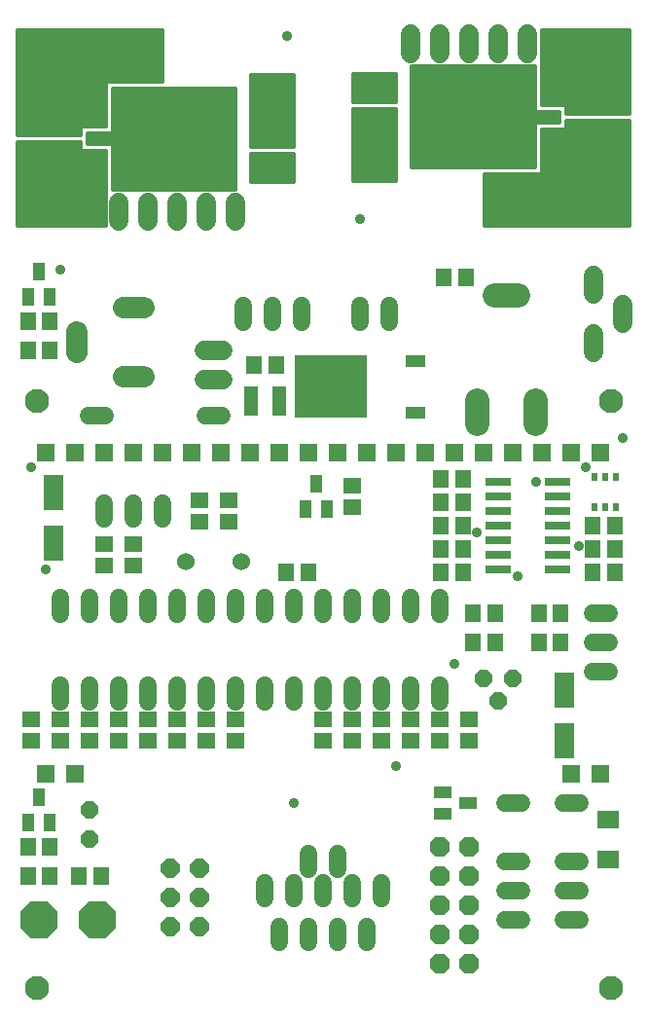
<source format=gts>
G75*
G70*
%OFA0B0*%
%FSLAX24Y24*%
%IPPOS*%
%LPD*%
%AMOC8*
5,1,8,0,0,1.08239X$1,22.5*
%
%ADD10C,0.0100*%
%ADD11R,0.0552X0.0631*%
%ADD12R,0.0631X0.0552*%
%ADD13R,0.0434X0.0591*%
%ADD14OC8,0.0640*%
%ADD15C,0.0600*%
%ADD16C,0.0600*%
%ADD17OC8,0.0600*%
%ADD18OC8,0.1280*%
%ADD19R,0.0906X0.0276*%
%ADD20C,0.0820*%
%ADD21C,0.0595*%
%ADD22R,0.0591X0.0434*%
%ADD23OC8,0.0680*%
%ADD24R,0.0670X0.1221*%
%ADD25R,0.2481X0.2166*%
%ADD26R,0.0670X0.0434*%
%ADD27R,0.0749X0.0591*%
%ADD28R,0.0237X0.0316*%
%ADD29R,0.0600X0.0600*%
%ADD30C,0.0740*%
%ADD31R,0.0512X0.1040*%
%ADD32C,0.0680*%
%ADD33C,0.0827*%
%ADD34C,0.0357*%
D10*
X001831Y040392D02*
X004881Y040392D01*
X004881Y042992D01*
X004031Y042992D01*
X004031Y043292D01*
X001831Y043292D01*
X001831Y040392D01*
X001831Y040427D02*
X004881Y040427D01*
X004881Y040525D02*
X001831Y040525D01*
X001831Y040624D02*
X004881Y040624D01*
X004881Y040722D02*
X001831Y040722D01*
X001831Y040821D02*
X004881Y040821D01*
X004881Y040919D02*
X001831Y040919D01*
X001831Y041018D02*
X004881Y041018D01*
X004881Y041116D02*
X001831Y041116D01*
X001831Y041215D02*
X004881Y041215D01*
X004881Y041313D02*
X001831Y041313D01*
X001831Y041412D02*
X004881Y041412D01*
X004881Y041510D02*
X001831Y041510D01*
X001831Y041609D02*
X004881Y041609D01*
X004881Y041707D02*
X001831Y041707D01*
X001831Y041806D02*
X004881Y041806D01*
X004881Y041904D02*
X001831Y041904D01*
X001831Y042003D02*
X004881Y042003D01*
X004881Y042101D02*
X001831Y042101D01*
X001831Y042200D02*
X004881Y042200D01*
X004881Y042298D02*
X001831Y042298D01*
X001831Y042397D02*
X004881Y042397D01*
X004881Y042495D02*
X001831Y042495D01*
X001831Y042594D02*
X004881Y042594D01*
X004881Y042692D02*
X001831Y042692D01*
X001831Y042791D02*
X004881Y042791D01*
X004881Y042889D02*
X001831Y042889D01*
X001831Y042988D02*
X004881Y042988D01*
X005081Y042988D02*
X009331Y042988D01*
X009331Y043086D02*
X005081Y043086D01*
X005081Y043185D02*
X009331Y043185D01*
X009331Y043283D02*
X004231Y043283D01*
X004231Y043192D02*
X004231Y043592D01*
X005081Y043592D01*
X005081Y045142D01*
X009331Y045142D01*
X009331Y041642D01*
X005081Y041642D01*
X005081Y043192D01*
X004231Y043192D01*
X004231Y043382D02*
X009331Y043382D01*
X009331Y043480D02*
X004231Y043480D01*
X004231Y043579D02*
X009331Y043579D01*
X009331Y043677D02*
X005081Y043677D01*
X005081Y043776D02*
X009331Y043776D01*
X009331Y043874D02*
X005081Y043874D01*
X005081Y043973D02*
X009331Y043973D01*
X009331Y044071D02*
X005081Y044071D01*
X005081Y044170D02*
X009331Y044170D01*
X009331Y044268D02*
X005081Y044268D01*
X005081Y044367D02*
X009331Y044367D01*
X009331Y044465D02*
X005081Y044465D01*
X005081Y044564D02*
X009331Y044564D01*
X009331Y044662D02*
X005081Y044662D01*
X005081Y044761D02*
X009331Y044761D01*
X009331Y044859D02*
X005081Y044859D01*
X005081Y044958D02*
X009331Y044958D01*
X009331Y045056D02*
X005081Y045056D01*
X004881Y045056D02*
X001831Y045056D01*
X001831Y044958D02*
X004881Y044958D01*
X004881Y044859D02*
X001831Y044859D01*
X001831Y044761D02*
X004881Y044761D01*
X004881Y044662D02*
X001831Y044662D01*
X001831Y044564D02*
X004881Y044564D01*
X004881Y044465D02*
X001831Y044465D01*
X001831Y044367D02*
X004881Y044367D01*
X004881Y044268D02*
X001831Y044268D01*
X001831Y044170D02*
X004881Y044170D01*
X004881Y044071D02*
X001831Y044071D01*
X001831Y043973D02*
X004881Y043973D01*
X004881Y043874D02*
X001831Y043874D01*
X001831Y043776D02*
X004031Y043776D01*
X004031Y043792D02*
X004881Y043792D01*
X004881Y045342D01*
X006831Y045342D01*
X006831Y047142D01*
X001831Y047142D01*
X001831Y043492D01*
X004031Y043492D01*
X004031Y043792D01*
X004031Y043677D02*
X001831Y043677D01*
X001831Y043579D02*
X004031Y043579D01*
X004031Y043283D02*
X001831Y043283D01*
X001831Y043185D02*
X004031Y043185D01*
X004031Y043086D02*
X001831Y043086D01*
X001831Y045155D02*
X004881Y045155D01*
X004881Y045253D02*
X001831Y045253D01*
X001831Y045352D02*
X006831Y045352D01*
X006831Y045450D02*
X001831Y045450D01*
X001831Y045549D02*
X006831Y045549D01*
X006831Y045647D02*
X001831Y045647D01*
X001831Y045746D02*
X006831Y045746D01*
X006831Y045844D02*
X001831Y045844D01*
X001831Y045943D02*
X006831Y045943D01*
X006831Y046041D02*
X001831Y046041D01*
X001831Y046140D02*
X006831Y046140D01*
X006831Y046238D02*
X001831Y046238D01*
X001831Y046337D02*
X006831Y046337D01*
X006831Y046435D02*
X001831Y046435D01*
X001831Y046534D02*
X006831Y046534D01*
X006831Y046632D02*
X001831Y046632D01*
X001831Y046731D02*
X006831Y046731D01*
X006831Y046829D02*
X001831Y046829D01*
X001831Y046928D02*
X006831Y046928D01*
X006831Y047026D02*
X001831Y047026D01*
X001831Y047125D02*
X006831Y047125D01*
X005081Y042889D02*
X009331Y042889D01*
X009331Y042791D02*
X005081Y042791D01*
X005081Y042692D02*
X009331Y042692D01*
X009331Y042594D02*
X005081Y042594D01*
X005081Y042495D02*
X009331Y042495D01*
X009331Y042397D02*
X005081Y042397D01*
X005081Y042298D02*
X009331Y042298D01*
X009331Y042200D02*
X005081Y042200D01*
X005081Y042101D02*
X009331Y042101D01*
X009331Y042003D02*
X005081Y042003D01*
X005081Y041904D02*
X009331Y041904D01*
X009331Y041806D02*
X005081Y041806D01*
X005081Y041707D02*
X009331Y041707D01*
X009831Y041892D02*
X009831Y042892D01*
X011331Y042892D01*
X011331Y041892D01*
X009831Y041892D01*
X009831Y041904D02*
X011331Y041904D01*
X011331Y042003D02*
X009831Y042003D01*
X009831Y042101D02*
X011331Y042101D01*
X011331Y042200D02*
X009831Y042200D01*
X009831Y042298D02*
X011331Y042298D01*
X011331Y042397D02*
X009831Y042397D01*
X009831Y042495D02*
X011331Y042495D01*
X011331Y042594D02*
X009831Y042594D01*
X009831Y042692D02*
X011331Y042692D01*
X011331Y042791D02*
X009831Y042791D01*
X009831Y042889D02*
X011331Y042889D01*
X011331Y043092D02*
X011331Y045592D01*
X009831Y045592D01*
X009831Y043092D01*
X011331Y043092D01*
X011331Y043185D02*
X009831Y043185D01*
X009831Y043283D02*
X011331Y043283D01*
X011331Y043382D02*
X009831Y043382D01*
X009831Y043480D02*
X011331Y043480D01*
X011331Y043579D02*
X009831Y043579D01*
X009831Y043677D02*
X011331Y043677D01*
X011331Y043776D02*
X009831Y043776D01*
X009831Y043874D02*
X011331Y043874D01*
X011331Y043973D02*
X009831Y043973D01*
X009831Y044071D02*
X011331Y044071D01*
X011331Y044170D02*
X009831Y044170D01*
X009831Y044268D02*
X011331Y044268D01*
X011331Y044367D02*
X009831Y044367D01*
X009831Y044465D02*
X011331Y044465D01*
X011331Y044564D02*
X009831Y044564D01*
X009831Y044662D02*
X011331Y044662D01*
X011331Y044761D02*
X009831Y044761D01*
X009831Y044859D02*
X011331Y044859D01*
X011331Y044958D02*
X009831Y044958D01*
X009831Y045056D02*
X011331Y045056D01*
X011331Y045155D02*
X009831Y045155D01*
X009831Y045253D02*
X011331Y045253D01*
X011331Y045352D02*
X009831Y045352D01*
X009831Y045450D02*
X011331Y045450D01*
X011331Y045549D02*
X009831Y045549D01*
X013331Y045549D02*
X014831Y045549D01*
X014831Y045642D02*
X014831Y044642D01*
X013331Y044642D01*
X013331Y045642D01*
X014831Y045642D01*
X014831Y045450D02*
X013331Y045450D01*
X013331Y045352D02*
X014831Y045352D01*
X014831Y045253D02*
X013331Y045253D01*
X013331Y045155D02*
X014831Y045155D01*
X014831Y045056D02*
X013331Y045056D01*
X013331Y044958D02*
X014831Y044958D01*
X014831Y044859D02*
X013331Y044859D01*
X013331Y044761D02*
X014831Y044761D01*
X014831Y044662D02*
X013331Y044662D01*
X013331Y044442D02*
X013331Y041942D01*
X014831Y041942D01*
X014831Y044442D01*
X013331Y044442D01*
X013331Y044367D02*
X014831Y044367D01*
X014831Y044268D02*
X013331Y044268D01*
X013331Y044170D02*
X014831Y044170D01*
X014831Y044071D02*
X013331Y044071D01*
X013331Y043973D02*
X014831Y043973D01*
X014831Y043874D02*
X013331Y043874D01*
X013331Y043776D02*
X014831Y043776D01*
X014831Y043677D02*
X013331Y043677D01*
X013331Y043579D02*
X014831Y043579D01*
X014831Y043480D02*
X013331Y043480D01*
X013331Y043382D02*
X014831Y043382D01*
X014831Y043283D02*
X013331Y043283D01*
X013331Y043185D02*
X014831Y043185D01*
X014831Y043086D02*
X013331Y043086D01*
X013331Y042988D02*
X014831Y042988D01*
X014831Y042889D02*
X013331Y042889D01*
X013331Y042791D02*
X014831Y042791D01*
X014831Y042692D02*
X013331Y042692D01*
X013331Y042594D02*
X014831Y042594D01*
X014831Y042495D02*
X013331Y042495D01*
X013331Y042397D02*
X014831Y042397D01*
X014831Y042298D02*
X013331Y042298D01*
X013331Y042200D02*
X014831Y042200D01*
X014831Y042101D02*
X013331Y042101D01*
X013331Y042003D02*
X014831Y042003D01*
X015331Y042392D02*
X019581Y042392D01*
X019581Y043942D01*
X020431Y043942D01*
X020431Y044342D01*
X019581Y044342D01*
X019581Y045892D01*
X015331Y045892D01*
X015331Y042392D01*
X015331Y042397D02*
X019581Y042397D01*
X019581Y042495D02*
X015331Y042495D01*
X015331Y042594D02*
X019581Y042594D01*
X019581Y042692D02*
X015331Y042692D01*
X015331Y042791D02*
X019581Y042791D01*
X019581Y042889D02*
X015331Y042889D01*
X015331Y042988D02*
X019581Y042988D01*
X019581Y043086D02*
X015331Y043086D01*
X015331Y043185D02*
X019581Y043185D01*
X019581Y043283D02*
X015331Y043283D01*
X015331Y043382D02*
X019581Y043382D01*
X019581Y043480D02*
X015331Y043480D01*
X015331Y043579D02*
X019581Y043579D01*
X019581Y043677D02*
X015331Y043677D01*
X015331Y043776D02*
X019581Y043776D01*
X019581Y043874D02*
X015331Y043874D01*
X015331Y043973D02*
X020431Y043973D01*
X020431Y044071D02*
X015331Y044071D01*
X015331Y044170D02*
X020431Y044170D01*
X020431Y044268D02*
X015331Y044268D01*
X015331Y044367D02*
X019581Y044367D01*
X019581Y044465D02*
X015331Y044465D01*
X015331Y044564D02*
X019581Y044564D01*
X019581Y044662D02*
X015331Y044662D01*
X015331Y044761D02*
X019581Y044761D01*
X019581Y044859D02*
X015331Y044859D01*
X015331Y044958D02*
X019581Y044958D01*
X019581Y045056D02*
X015331Y045056D01*
X015331Y045155D02*
X019581Y045155D01*
X019581Y045253D02*
X015331Y045253D01*
X015331Y045352D02*
X019581Y045352D01*
X019581Y045450D02*
X015331Y045450D01*
X015331Y045549D02*
X019581Y045549D01*
X019581Y045647D02*
X015331Y045647D01*
X015331Y045746D02*
X019581Y045746D01*
X019581Y045844D02*
X015331Y045844D01*
X017831Y042192D02*
X017831Y040392D01*
X022831Y040392D01*
X022831Y044042D01*
X020631Y044042D01*
X020631Y043742D01*
X019781Y043742D01*
X019781Y042192D01*
X017831Y042192D01*
X017831Y042101D02*
X022831Y042101D01*
X022831Y042003D02*
X017831Y042003D01*
X017831Y041904D02*
X022831Y041904D01*
X022831Y041806D02*
X017831Y041806D01*
X017831Y041707D02*
X022831Y041707D01*
X022831Y041609D02*
X017831Y041609D01*
X017831Y041510D02*
X022831Y041510D01*
X022831Y041412D02*
X017831Y041412D01*
X017831Y041313D02*
X022831Y041313D01*
X022831Y041215D02*
X017831Y041215D01*
X017831Y041116D02*
X022831Y041116D01*
X022831Y041018D02*
X017831Y041018D01*
X017831Y040919D02*
X022831Y040919D01*
X022831Y040821D02*
X017831Y040821D01*
X017831Y040722D02*
X022831Y040722D01*
X022831Y040624D02*
X017831Y040624D01*
X017831Y040525D02*
X022831Y040525D01*
X022831Y040427D02*
X017831Y040427D01*
X019781Y042200D02*
X022831Y042200D01*
X022831Y042298D02*
X019781Y042298D01*
X019781Y042397D02*
X022831Y042397D01*
X022831Y042495D02*
X019781Y042495D01*
X019781Y042594D02*
X022831Y042594D01*
X022831Y042692D02*
X019781Y042692D01*
X019781Y042791D02*
X022831Y042791D01*
X022831Y042889D02*
X019781Y042889D01*
X019781Y042988D02*
X022831Y042988D01*
X022831Y043086D02*
X019781Y043086D01*
X019781Y043185D02*
X022831Y043185D01*
X022831Y043283D02*
X019781Y043283D01*
X019781Y043382D02*
X022831Y043382D01*
X022831Y043480D02*
X019781Y043480D01*
X019781Y043579D02*
X022831Y043579D01*
X022831Y043677D02*
X019781Y043677D01*
X019781Y044542D02*
X019781Y047142D01*
X022831Y047142D01*
X022831Y044242D01*
X020631Y044242D01*
X020631Y044542D01*
X019781Y044542D01*
X019781Y044564D02*
X022831Y044564D01*
X022831Y044662D02*
X019781Y044662D01*
X019781Y044761D02*
X022831Y044761D01*
X022831Y044859D02*
X019781Y044859D01*
X019781Y044958D02*
X022831Y044958D01*
X022831Y045056D02*
X019781Y045056D01*
X019781Y045155D02*
X022831Y045155D01*
X022831Y045253D02*
X019781Y045253D01*
X019781Y045352D02*
X022831Y045352D01*
X022831Y045450D02*
X019781Y045450D01*
X019781Y045549D02*
X022831Y045549D01*
X022831Y045647D02*
X019781Y045647D01*
X019781Y045746D02*
X022831Y045746D01*
X022831Y045844D02*
X019781Y045844D01*
X019781Y045943D02*
X022831Y045943D01*
X022831Y046041D02*
X019781Y046041D01*
X019781Y046140D02*
X022831Y046140D01*
X022831Y046238D02*
X019781Y046238D01*
X019781Y046337D02*
X022831Y046337D01*
X022831Y046435D02*
X019781Y046435D01*
X019781Y046534D02*
X022831Y046534D01*
X022831Y046632D02*
X019781Y046632D01*
X019781Y046731D02*
X022831Y046731D01*
X022831Y046829D02*
X019781Y046829D01*
X019781Y046928D02*
X022831Y046928D01*
X022831Y047026D02*
X019781Y047026D01*
X019781Y047125D02*
X022831Y047125D01*
X022831Y044465D02*
X020631Y044465D01*
X020631Y044367D02*
X022831Y044367D01*
X022831Y044268D02*
X020631Y044268D01*
X020631Y043973D02*
X022831Y043973D01*
X022831Y043874D02*
X020631Y043874D01*
X020631Y043776D02*
X022831Y043776D01*
D11*
X017205Y038642D03*
X016457Y038642D03*
X016357Y031742D03*
X016357Y030942D03*
X016357Y030142D03*
X016357Y029342D03*
X016357Y028542D03*
X017105Y028542D03*
X017105Y029342D03*
X017105Y030142D03*
X017105Y030942D03*
X017105Y031742D03*
X017457Y027142D03*
X017457Y026142D03*
X018205Y026142D03*
X018205Y027142D03*
X019707Y027142D03*
X019707Y026142D03*
X020455Y026142D03*
X020455Y027142D03*
X021557Y028542D03*
X021557Y029342D03*
X021557Y030142D03*
X022305Y030142D03*
X022305Y029342D03*
X022305Y028542D03*
X011805Y028542D03*
X011057Y028542D03*
X010705Y035642D03*
X009957Y035642D03*
X002955Y036142D03*
X002955Y037142D03*
X002207Y037142D03*
X002207Y036142D03*
X002207Y019142D03*
X002207Y018142D03*
X002955Y018142D03*
X002955Y019142D03*
X003957Y018142D03*
X004705Y018142D03*
D12*
X004331Y022768D03*
X004331Y023516D03*
X003331Y023516D03*
X003331Y022768D03*
X002331Y022768D03*
X002331Y023516D03*
X004831Y028768D03*
X004831Y029516D03*
X005831Y029516D03*
X005831Y028768D03*
X008081Y030268D03*
X008081Y031016D03*
X009081Y031016D03*
X009081Y030268D03*
X009331Y023516D03*
X009331Y022768D03*
X008331Y022768D03*
X008331Y023516D03*
X007331Y023516D03*
X007331Y022768D03*
X006331Y022768D03*
X006331Y023516D03*
X005331Y023516D03*
X005331Y022768D03*
X012331Y022768D03*
X012331Y023516D03*
X013331Y023516D03*
X013331Y022768D03*
X014331Y022768D03*
X014331Y023516D03*
X015331Y023516D03*
X015331Y022768D03*
X016331Y022768D03*
X016331Y023516D03*
X017331Y023516D03*
X017331Y022768D03*
X013331Y030768D03*
X013331Y031516D03*
D13*
X012455Y030709D03*
X012081Y031575D03*
X011707Y030709D03*
X002955Y037959D03*
X002581Y038825D03*
X002207Y037959D03*
X002581Y020825D03*
X002207Y019959D03*
X002955Y019959D03*
D14*
X007081Y018392D03*
X007081Y017392D03*
X007081Y016392D03*
X008081Y016392D03*
X008081Y017392D03*
X008081Y018392D03*
D15*
X007631Y028892D03*
X009531Y028892D03*
D16*
X009331Y027672D02*
X009331Y027112D01*
X008331Y027112D02*
X008331Y027672D01*
X007331Y027672D02*
X007331Y027112D01*
X006331Y027112D02*
X006331Y027672D01*
X005331Y027672D02*
X005331Y027112D01*
X004331Y027112D02*
X004331Y027672D01*
X003331Y027672D02*
X003331Y027112D01*
X003331Y024672D02*
X003331Y024112D01*
X004331Y024112D02*
X004331Y024672D01*
X005331Y024672D02*
X005331Y024112D01*
X006331Y024112D02*
X006331Y024672D01*
X007331Y024672D02*
X007331Y024112D01*
X008331Y024112D02*
X008331Y024672D01*
X009331Y024672D02*
X009331Y024112D01*
X010331Y024112D02*
X010331Y024672D01*
X011331Y024672D02*
X011331Y024112D01*
X012331Y024112D02*
X012331Y024672D01*
X013331Y024672D02*
X013331Y024112D01*
X014331Y024112D02*
X014331Y024672D01*
X015331Y024672D02*
X015331Y024112D01*
X016331Y024112D02*
X016331Y024672D01*
X016331Y027112D02*
X016331Y027672D01*
X015331Y027672D02*
X015331Y027112D01*
X014331Y027112D02*
X014331Y027672D01*
X013331Y027672D02*
X013331Y027112D01*
X012331Y027112D02*
X012331Y027672D01*
X011331Y027672D02*
X011331Y027112D01*
X010331Y027112D02*
X010331Y027672D01*
X008861Y033892D02*
X008301Y033892D01*
X006831Y030922D02*
X006831Y030362D01*
X005831Y030362D02*
X005831Y030922D01*
X004831Y030922D02*
X004831Y030362D01*
X004861Y033892D02*
X004301Y033892D01*
X009581Y037112D02*
X009581Y037672D01*
X010581Y037672D02*
X010581Y037112D01*
X011581Y037112D02*
X011581Y037672D01*
X013581Y037672D02*
X013581Y037112D01*
X014581Y037112D02*
X014581Y037672D01*
X021551Y027142D02*
X022111Y027142D01*
X022111Y026142D02*
X021551Y026142D01*
X021551Y025142D02*
X022111Y025142D01*
X014331Y017922D02*
X014331Y017362D01*
X013831Y016422D02*
X013831Y015862D01*
X013331Y017362D02*
X013331Y017922D01*
X012831Y018362D02*
X012831Y018922D01*
X012331Y017922D02*
X012331Y017362D01*
X011831Y016422D02*
X011831Y015862D01*
X011331Y017362D02*
X011331Y017922D01*
X011831Y018362D02*
X011831Y018922D01*
X010831Y016422D02*
X010831Y015862D01*
X010331Y017362D02*
X010331Y017922D01*
X012831Y016422D02*
X012831Y015862D01*
D17*
X017831Y024892D03*
X018331Y024142D03*
X018831Y024892D03*
X004331Y020392D03*
X004331Y019392D03*
D18*
X004581Y016642D03*
X002581Y016642D03*
D19*
X018307Y028642D03*
X018307Y029142D03*
X018307Y029642D03*
X018307Y030142D03*
X018307Y030642D03*
X018307Y031142D03*
X018307Y031642D03*
X020355Y031642D03*
X020355Y031142D03*
X020355Y030642D03*
X020355Y030142D03*
X020355Y029642D03*
X020355Y029142D03*
X020355Y028642D03*
D20*
X019581Y033646D02*
X019581Y034426D01*
X017581Y034426D02*
X017581Y033646D01*
X018191Y038036D02*
X018971Y038036D01*
D21*
X019109Y020642D02*
X018554Y020642D01*
X018554Y018642D02*
X019109Y018642D01*
X019109Y017642D02*
X018554Y017642D01*
X018554Y016642D02*
X019109Y016642D01*
X020554Y016642D02*
X021109Y016642D01*
X021109Y017642D02*
X020554Y017642D01*
X020554Y018642D02*
X021109Y018642D01*
X021109Y020642D02*
X020554Y020642D01*
D22*
X017270Y020639D03*
X016404Y020265D03*
X016404Y021013D03*
D23*
X016331Y019142D03*
X016331Y018142D03*
X016331Y017142D03*
X016331Y016142D03*
X016331Y015142D03*
X017331Y015142D03*
X017331Y016142D03*
X017331Y017142D03*
X017331Y018142D03*
X017331Y019142D03*
D24*
X020581Y022776D03*
X020581Y024508D03*
X003081Y029526D03*
X003081Y031258D03*
D25*
X012597Y034892D03*
D26*
X015471Y033994D03*
X015471Y035790D03*
D27*
X022081Y020061D03*
X022081Y018723D03*
D28*
X021981Y030780D03*
X022355Y030780D03*
X022355Y031804D03*
X021981Y031804D03*
X021607Y031804D03*
X021607Y030780D03*
D29*
X021831Y032642D03*
X020831Y032642D03*
X019831Y032642D03*
X018831Y032642D03*
X017831Y032642D03*
X016831Y032642D03*
X015831Y032642D03*
X014831Y032642D03*
X013831Y032642D03*
X012831Y032642D03*
X011831Y032642D03*
X010831Y032642D03*
X009831Y032642D03*
X008831Y032642D03*
X007831Y032642D03*
X006831Y032642D03*
X005831Y032642D03*
X004831Y032642D03*
X003831Y032642D03*
X002831Y032642D03*
X002831Y021642D03*
X003831Y021642D03*
X020831Y021642D03*
X021831Y021642D03*
D30*
X006181Y035248D02*
X005481Y035248D01*
X005481Y037611D02*
X006181Y037611D01*
X003902Y036760D02*
X003902Y036060D01*
D31*
X009839Y034392D03*
X010823Y034392D03*
D32*
X008901Y035142D02*
X008261Y035142D01*
X008261Y036142D02*
X008901Y036142D01*
X009331Y040572D02*
X009331Y041212D01*
X008331Y041212D02*
X008331Y040572D01*
X007331Y040572D02*
X007331Y041212D01*
X006331Y041212D02*
X006331Y040572D01*
X005331Y040572D02*
X005331Y041212D01*
X015331Y046322D02*
X015331Y046962D01*
X016331Y046962D02*
X016331Y046322D01*
X017331Y046322D02*
X017331Y046962D01*
X018331Y046962D02*
X018331Y046322D01*
X019331Y046322D02*
X019331Y046962D01*
X021581Y038712D02*
X021581Y038072D01*
X021581Y036712D02*
X021581Y036072D01*
X022581Y037072D02*
X022581Y037712D01*
D33*
X002512Y014323D03*
X002512Y034402D03*
X022197Y034402D03*
X022197Y014323D03*
D34*
X016831Y025392D03*
X014831Y021892D03*
X011331Y020642D03*
X017581Y029892D03*
X018981Y028392D03*
X019631Y031642D03*
X021081Y029442D03*
X021331Y032142D03*
X022581Y033142D03*
X018081Y040892D03*
X013581Y040642D03*
X011081Y046892D03*
X006581Y046642D03*
X003331Y038892D03*
X002331Y032142D03*
X002831Y028642D03*
M02*

</source>
